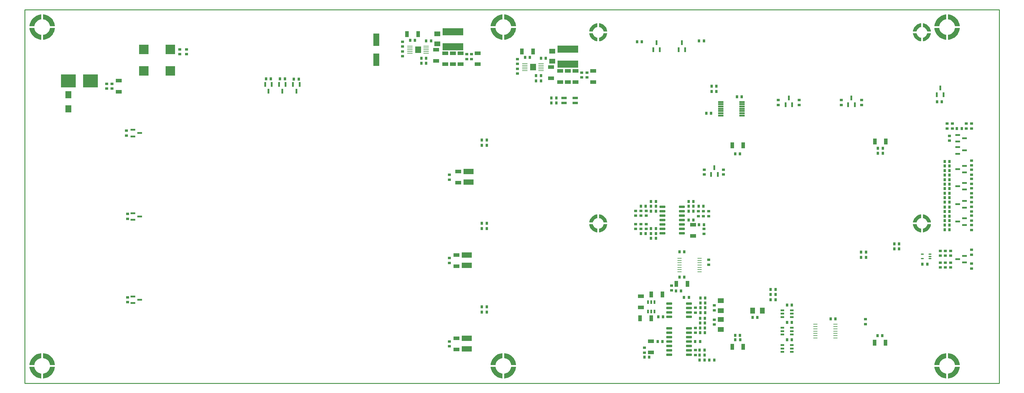
<source format=gtp>
G04 Layer_Color=10723209*
%FSLAX43Y43*%
%MOMM*%
G71*
G01*
G75*
%ADD10R,2.700X2.700*%
%ADD11O,0.800X0.400*%
%ADD13R,6.000X2.000*%
%ADD14R,0.600X1.000*%
%ADD15R,1.350X0.600*%
%ADD16R,1.800X1.340*%
%ADD17R,1.800X2.000*%
%ADD18R,0.900X0.800*%
G04:AMPARAMS|DCode=19|XSize=0.45mm|YSize=1.6mm|CornerRadius=0.05mm|HoleSize=0mm|Usage=FLASHONLY|Rotation=90.000|XOffset=0mm|YOffset=0mm|HoleType=Round|Shape=RoundedRectangle|*
%AMROUNDEDRECTD19*
21,1,0.450,1.501,0,0,90.0*
21,1,0.351,1.600,0,0,90.0*
1,1,0.099,0.750,0.175*
1,1,0.099,0.750,-0.175*
1,1,0.099,-0.750,-0.175*
1,1,0.099,-0.750,0.175*
%
%ADD19ROUNDEDRECTD19*%
%ADD20R,4.240X3.810*%
%ADD21R,0.800X0.900*%
%ADD22R,1.800X3.550*%
G04:AMPARAMS|DCode=24|XSize=0.65mm|YSize=1.65mm|CornerRadius=0.049mm|HoleSize=0mm|Usage=FLASHONLY|Rotation=270.000|XOffset=0mm|YOffset=0mm|HoleType=Round|Shape=RoundedRectangle|*
%AMROUNDEDRECTD24*
21,1,0.650,1.552,0,0,270.0*
21,1,0.552,1.650,0,0,270.0*
1,1,0.098,-0.776,-0.276*
1,1,0.098,-0.776,0.276*
1,1,0.098,0.776,0.276*
1,1,0.098,0.776,-0.276*
%
%ADD24ROUNDEDRECTD24*%
%ADD25R,2.900X1.500*%
%ADD26R,1.700X1.000*%
%ADD27R,1.600X0.800*%
G04:AMPARAMS|DCode=29|XSize=1.73mm|YSize=1.9mm|CornerRadius=0.052mm|HoleSize=0mm|Usage=FLASHONLY|Rotation=0.000|XOffset=0mm|YOffset=0mm|HoleType=Round|Shape=RoundedRectangle|*
%AMROUNDEDRECTD29*
21,1,1.730,1.796,0,0,0.0*
21,1,1.626,1.900,0,0,0.0*
1,1,0.104,0.813,-0.898*
1,1,0.104,-0.813,-0.898*
1,1,0.104,-0.813,0.898*
1,1,0.104,0.813,0.898*
%
%ADD29ROUNDEDRECTD29*%
%ADD30R,1.000X0.600*%
%ADD31R,0.600X1.350*%
%ADD32R,1.000X1.700*%
%ADD33R,1.340X1.800*%
%ADD43C,0.254*%
%ADD80O,1.300X0.250*%
G04:AMPARAMS|DCode=81|XSize=0.2mm|YSize=1.45mm|CornerRadius=0mm|HoleSize=0mm|Usage=FLASHONLY|Rotation=90.000|XOffset=0mm|YOffset=0mm|HoleType=Round|Shape=RoundedRectangle|*
%AMROUNDEDRECTD81*
21,1,0.200,1.450,0,0,90.0*
21,1,0.200,1.450,0,0,90.0*
1,1,0.000,0.725,0.100*
1,1,0.000,0.725,-0.100*
1,1,0.000,-0.725,-0.100*
1,1,0.000,-0.725,0.100*
%
%ADD81ROUNDEDRECTD81*%
G36*
X256240Y45750D02*
X256264Y45632D01*
X256340Y45402D01*
X256450Y45188D01*
X256592Y44993D01*
X256763Y44822D01*
X256958Y44680D01*
X257172Y44570D01*
X257402Y44494D01*
X257520Y44470D01*
X257520Y44470D01*
X257520D01*
X257520Y43412D01*
X257297Y43434D01*
X256864Y43553D01*
X256457Y43744D01*
X256090Y44003D01*
X255773Y44320D01*
X255514Y44688D01*
X255323Y45094D01*
X255204Y45527D01*
X255182Y45750D01*
Y45750D01*
X256241D01*
X256240Y45750D01*
D02*
G37*
G36*
X167338Y45750D02*
X167316Y45527D01*
X167197Y45094D01*
X167006Y44688D01*
X166747Y44320D01*
X166430Y44003D01*
X166062Y43744D01*
X165656Y43553D01*
X165223Y43434D01*
X165000Y43412D01*
X165000D01*
Y44471D01*
X165000Y44470D01*
X165118Y44494D01*
X165348Y44570D01*
X165562Y44680D01*
X165757Y44822D01*
X165928Y44993D01*
X166070Y45188D01*
X166180Y45402D01*
X166256Y45632D01*
X166280Y45750D01*
Y45750D01*
Y45750D01*
X167338Y45750D01*
D02*
G37*
G36*
X163220Y45750D02*
X163244Y45632D01*
X163320Y45402D01*
X163430Y45188D01*
X163572Y44993D01*
X163743Y44822D01*
X163938Y44680D01*
X164152Y44570D01*
X164382Y44494D01*
X164500Y44470D01*
X164500Y44470D01*
X164500D01*
X164500Y43412D01*
X164277Y43434D01*
X163844Y43553D01*
X163438Y43744D01*
X163070Y44003D01*
X162753Y44320D01*
X162494Y44688D01*
X162303Y45094D01*
X162184Y45527D01*
X162162Y45750D01*
Y45750D01*
X163221D01*
X163220Y45750D01*
D02*
G37*
G36*
X141141Y5250D02*
Y5250D01*
D01*
Y5250D01*
D02*
G37*
G36*
X137250Y8641D02*
Y7236D01*
X137250D01*
Y7236D01*
X137063Y7207D01*
X136699Y7103D01*
X136358Y6938D01*
X136049Y6719D01*
X135781Y6452D01*
X135562Y6143D01*
X135398Y5801D01*
X135293Y5437D01*
X135264Y5250D01*
Y5250D01*
X133859D01*
X133874Y5468D01*
X133955Y5897D01*
X134087Y6313D01*
X134268Y6710D01*
X134495Y7083D01*
X134765Y7427D01*
X135074Y7735D01*
X135417Y8005D01*
X135790Y8232D01*
X136187Y8413D01*
X136603Y8545D01*
X137032Y8626D01*
X137250Y8641D01*
D01*
X137250D01*
X137250D01*
D02*
G37*
G36*
X260358Y45750D02*
X260336Y45527D01*
X260217Y45094D01*
X260026Y44688D01*
X259767Y44320D01*
X259450Y44003D01*
X259082Y43744D01*
X258676Y43553D01*
X258243Y43434D01*
X258020Y43412D01*
X258020D01*
Y44471D01*
X258020Y44470D01*
X258138Y44494D01*
X258368Y44570D01*
X258582Y44680D01*
X258777Y44822D01*
X258948Y44993D01*
X259090Y45188D01*
X259200Y45402D01*
X259276Y45632D01*
X259300Y45750D01*
Y45750D01*
Y45750D01*
X260358Y45750D01*
D02*
G37*
G36*
X257520Y47529D02*
X257520Y47530D01*
X257402Y47506D01*
X257172Y47430D01*
X256958Y47320D01*
X256763Y47178D01*
X256592Y47007D01*
X256450Y46812D01*
X256340Y46598D01*
X256264Y46368D01*
X256240Y46250D01*
X256240D01*
Y46250D01*
X255182D01*
X255204Y46473D01*
X255323Y46906D01*
X255514Y47312D01*
X255773Y47680D01*
X256090Y47997D01*
X256457Y48256D01*
X256864Y48447D01*
X257297Y48566D01*
X257520Y48588D01*
Y48588D01*
X257520D01*
Y47529D01*
D02*
G37*
G36*
X163220Y100750D02*
X163244Y100632D01*
X163320Y100402D01*
X163430Y100188D01*
X163572Y99993D01*
X163743Y99822D01*
X163938Y99680D01*
X164152Y99570D01*
X164382Y99494D01*
X164500Y99470D01*
X164500Y99470D01*
X164500D01*
X164500Y98412D01*
X164277Y98434D01*
X163844Y98553D01*
X163438Y98744D01*
X163070Y99003D01*
X162753Y99320D01*
X162494Y99688D01*
X162303Y100094D01*
X162184Y100527D01*
X162162Y100750D01*
Y100750D01*
X163221D01*
X163220Y100750D01*
D02*
G37*
G36*
X164500Y47529D02*
X164500Y47530D01*
X164382Y47506D01*
X164152Y47430D01*
X163938Y47320D01*
X163743Y47178D01*
X163572Y47007D01*
X163430Y46812D01*
X163320Y46598D01*
X163244Y46368D01*
X163220Y46250D01*
X163220D01*
Y46250D01*
X162162D01*
X162184Y46473D01*
X162303Y46906D01*
X162494Y47312D01*
X162753Y47680D01*
X163070Y47997D01*
X163438Y48256D01*
X163844Y48447D01*
X164277Y48566D01*
X164500Y48588D01*
Y48588D01*
X164500D01*
Y47529D01*
D02*
G37*
G36*
X165223Y48566D02*
X165656Y48447D01*
X166062Y48256D01*
X166430Y47997D01*
X166747Y47680D01*
X167006Y47312D01*
X167197Y46906D01*
X167316Y46473D01*
X167338Y46250D01*
X167338Y46250D01*
Y46250D01*
X166279D01*
X166280Y46250D01*
X166256Y46368D01*
X166180Y46598D01*
X166070Y46812D01*
X165928Y47007D01*
X165757Y47178D01*
X165562Y47320D01*
X165348Y47430D01*
X165118Y47506D01*
X165000Y47530D01*
X165000D01*
Y48588D01*
X165223Y48566D01*
D02*
G37*
G36*
X258243D02*
X258676Y48447D01*
X259082Y48256D01*
X259450Y47997D01*
X259767Y47680D01*
X260026Y47312D01*
X260217Y46906D01*
X260336Y46473D01*
X260358Y46250D01*
X260358Y46250D01*
Y46250D01*
X259299D01*
X259300Y46250D01*
X259276Y46368D01*
X259200Y46598D01*
X259090Y46812D01*
X258948Y47007D01*
X258777Y47178D01*
X258582Y47320D01*
X258368Y47430D01*
X258138Y47506D01*
X258020Y47530D01*
X258020D01*
Y48588D01*
X258243Y48566D01*
D02*
G37*
G36*
X2793Y4563D02*
X2897Y4199D01*
X3062Y3858D01*
X3281Y3549D01*
X3548Y3281D01*
X3857Y3062D01*
X4199Y2898D01*
X4563Y2793D01*
X4750Y2764D01*
X4750D01*
Y1359D01*
X4750Y1359D01*
X4532Y1374D01*
X4103Y1455D01*
X3687Y1587D01*
X3290Y1768D01*
X2917Y1995D01*
X2573Y2265D01*
X2265Y2573D01*
X1995Y2917D01*
X1768Y3290D01*
X1587Y3687D01*
X1455Y4103D01*
X1374Y4532D01*
X1359Y4750D01*
X1359Y4750D01*
X2764D01*
Y4750D01*
X2793Y4563D01*
D02*
G37*
G36*
X262793D02*
X262897Y4199D01*
X263062Y3858D01*
X263281Y3549D01*
X263548Y3281D01*
X263857Y3062D01*
X264199Y2898D01*
X264563Y2793D01*
X264750Y2764D01*
X264750D01*
Y1359D01*
X264750Y1359D01*
X264532Y1374D01*
X264103Y1455D01*
X263687Y1587D01*
X263290Y1768D01*
X262917Y1995D01*
X262573Y2265D01*
X262265Y2573D01*
X261995Y2917D01*
X261768Y3290D01*
X261587Y3687D01*
X261455Y4103D01*
X261374Y4532D01*
X261359Y4750D01*
X261359Y4750D01*
X262764D01*
Y4750D01*
X262793Y4563D01*
D02*
G37*
G36*
X141141Y4750D02*
X141126Y4532D01*
X141045Y4103D01*
X140913Y3687D01*
X140732Y3290D01*
X140505Y2917D01*
X140235Y2573D01*
X139926Y2265D01*
X139583Y1995D01*
X139210Y1768D01*
X138813Y1587D01*
X138397Y1455D01*
X137968Y1374D01*
X137750Y1359D01*
X137750Y1359D01*
Y2764D01*
X137750D01*
X137937Y2793D01*
X138301Y2897D01*
X138642Y3062D01*
X138951Y3281D01*
X139219Y3548D01*
X139438Y3857D01*
X139602Y4199D01*
X139707Y4563D01*
X139736Y4750D01*
X139736Y4750D01*
X141141D01*
Y4750D01*
D02*
G37*
G36*
X8641Y4750D02*
X8626Y4532D01*
X8545Y4103D01*
X8413Y3687D01*
X8232Y3290D01*
X8005Y2917D01*
X7735Y2573D01*
X7426Y2265D01*
X7083Y1995D01*
X6710Y1768D01*
X6313Y1587D01*
X5897Y1455D01*
X5468Y1373D01*
X5250Y1359D01*
X5250Y1359D01*
Y2764D01*
X5250D01*
X5437Y2793D01*
X5801Y2897D01*
X6142Y3062D01*
X6451Y3281D01*
X6719Y3548D01*
X6938Y3857D01*
X7102Y4199D01*
X7207Y4563D01*
X7236Y4750D01*
X7236Y4750D01*
X8641D01*
Y4750D01*
D02*
G37*
G36*
X268641D02*
X268626Y4532D01*
X268545Y4103D01*
X268413Y3687D01*
X268232Y3290D01*
X268005Y2917D01*
X267735Y2573D01*
X267427Y2265D01*
X267083Y1995D01*
X266710Y1768D01*
X266313Y1587D01*
X265897Y1455D01*
X265468Y1373D01*
X265250Y1359D01*
X265250Y1359D01*
Y2764D01*
X265250D01*
X265437Y2793D01*
X265801Y2897D01*
X266142Y3062D01*
X266451Y3281D01*
X266719Y3548D01*
X266938Y3857D01*
X267102Y4199D01*
X267207Y4563D01*
X267236Y4750D01*
X267236Y4750D01*
X268641D01*
Y4750D01*
D02*
G37*
G36*
X135293Y4563D02*
X135397Y4199D01*
X135562Y3858D01*
X135781Y3549D01*
X136048Y3281D01*
X136357Y3062D01*
X136699Y2898D01*
X137063Y2793D01*
X137250Y2764D01*
X137250D01*
Y1359D01*
X137250Y1359D01*
X137032Y1374D01*
X136603Y1455D01*
X136187Y1587D01*
X135790Y1768D01*
X135417Y1995D01*
X135073Y2265D01*
X134765Y2573D01*
X134495Y2917D01*
X134268Y3290D01*
X134087Y3687D01*
X133955Y4103D01*
X133874Y4532D01*
X133859Y4750D01*
X133859Y4750D01*
X135264D01*
Y4750D01*
X135293Y4563D01*
D02*
G37*
G36*
X4750Y8641D02*
Y7236D01*
X4750D01*
Y7236D01*
X4563Y7207D01*
X4199Y7102D01*
X3858Y6938D01*
X3549Y6719D01*
X3281Y6452D01*
X3062Y6143D01*
X2898Y5801D01*
X2793Y5437D01*
X2764Y5250D01*
Y5250D01*
X1359D01*
X1374Y5468D01*
X1455Y5897D01*
X1587Y6313D01*
X1768Y6710D01*
X1995Y7083D01*
X2265Y7427D01*
X2573Y7735D01*
X2917Y8005D01*
X3290Y8232D01*
X3687Y8413D01*
X4103Y8545D01*
X4532Y8626D01*
X4750Y8641D01*
D01*
X4750D01*
X4750D01*
D02*
G37*
G36*
X264750D02*
Y7236D01*
X264750D01*
Y7236D01*
X264563Y7207D01*
X264199Y7102D01*
X263858Y6938D01*
X263549Y6719D01*
X263281Y6452D01*
X263062Y6143D01*
X262898Y5801D01*
X262793Y5437D01*
X262764Y5250D01*
Y5250D01*
X261359D01*
X261374Y5468D01*
X261455Y5897D01*
X261587Y6313D01*
X261768Y6710D01*
X261995Y7083D01*
X262265Y7427D01*
X262573Y7735D01*
X262917Y8005D01*
X263290Y8232D01*
X263687Y8413D01*
X264103Y8545D01*
X264532Y8626D01*
X264750Y8641D01*
D01*
X264750D01*
X264750D01*
D02*
G37*
G36*
X265468Y8626D02*
X265897Y8545D01*
X266313Y8413D01*
X266710Y8232D01*
X267083Y8005D01*
X267427Y7735D01*
X267735Y7426D01*
X268005Y7083D01*
X268232Y6710D01*
X268413Y6313D01*
X268545Y5897D01*
X268626Y5468D01*
X268641Y5250D01*
D01*
Y5250D01*
Y5250D01*
X267236D01*
Y5250D01*
X267236Y5250D01*
X267207Y5437D01*
X267103Y5801D01*
X266938Y6142D01*
X266719Y6451D01*
X266452Y6719D01*
X266143Y6938D01*
X265801Y7102D01*
X265437Y7207D01*
X265250Y7236D01*
X265250Y7236D01*
Y8641D01*
X265468Y8626D01*
D02*
G37*
G36*
X5468D02*
X5897Y8545D01*
X6313Y8413D01*
X6710Y8232D01*
X7083Y8005D01*
X7427Y7735D01*
X7735Y7426D01*
X8005Y7083D01*
X8232Y6710D01*
X8413Y6313D01*
X8545Y5897D01*
X8626Y5468D01*
X8641Y5250D01*
D01*
Y5250D01*
Y5250D01*
X7236D01*
Y5250D01*
X7236Y5250D01*
X7207Y5437D01*
X7103Y5801D01*
X6938Y6142D01*
X6719Y6451D01*
X6452Y6719D01*
X6143Y6938D01*
X5801Y7102D01*
X5437Y7207D01*
X5250Y7236D01*
X5250Y7236D01*
Y8641D01*
X5468Y8626D01*
D02*
G37*
G36*
X137968Y8626D02*
X138397Y8545D01*
X138813Y8413D01*
X139210Y8232D01*
X139583Y8005D01*
X139927Y7735D01*
X140235Y7426D01*
X140505Y7083D01*
X140732Y6710D01*
X140913Y6313D01*
X141045Y5897D01*
X141126Y5468D01*
X141141Y5250D01*
X139736D01*
Y5250D01*
X139736Y5250D01*
X139707Y5437D01*
X139603Y5801D01*
X139438Y6142D01*
X139219Y6451D01*
X138952Y6719D01*
X138643Y6938D01*
X138301Y7102D01*
X137937Y7207D01*
X137750Y7236D01*
X137750Y7236D01*
Y8641D01*
X137968Y8626D01*
D02*
G37*
G36*
X256220Y100750D02*
X256244Y100632D01*
X256320Y100402D01*
X256430Y100188D01*
X256572Y99993D01*
X256743Y99822D01*
X256938Y99680D01*
X257152Y99570D01*
X257382Y99494D01*
X257500Y99470D01*
X257500Y99470D01*
X257500D01*
X257500Y98412D01*
X257277Y98434D01*
X256844Y98553D01*
X256438Y98744D01*
X256070Y99003D01*
X255753Y99320D01*
X255494Y99688D01*
X255303Y100094D01*
X255184Y100527D01*
X255162Y100750D01*
Y100750D01*
X256221D01*
X256220Y100750D01*
D02*
G37*
G36*
X141141Y102750D02*
Y102750D01*
D01*
Y102750D01*
D02*
G37*
G36*
X265468Y106126D02*
X265897Y106045D01*
X266313Y105913D01*
X266710Y105732D01*
X267083Y105505D01*
X267427Y105235D01*
X267735Y104926D01*
X268005Y104583D01*
X268232Y104210D01*
X268413Y103813D01*
X268545Y103397D01*
X268626Y102968D01*
X268641Y102750D01*
D01*
Y102750D01*
Y102750D01*
X267236D01*
Y102750D01*
X267236Y102750D01*
X267207Y102937D01*
X267103Y103301D01*
X266938Y103642D01*
X266719Y103951D01*
X266452Y104219D01*
X266143Y104438D01*
X265801Y104602D01*
X265437Y104707D01*
X265250Y104736D01*
X265250Y104736D01*
Y106141D01*
X265468Y106126D01*
D02*
G37*
G36*
X5468D02*
X5897Y106045D01*
X6313Y105913D01*
X6710Y105732D01*
X7083Y105505D01*
X7427Y105235D01*
X7735Y104926D01*
X8005Y104583D01*
X8232Y104210D01*
X8413Y103813D01*
X8545Y103397D01*
X8626Y102968D01*
X8641Y102750D01*
D01*
Y102750D01*
Y102750D01*
X7236D01*
Y102750D01*
X7236Y102750D01*
X7207Y102937D01*
X7103Y103301D01*
X6938Y103642D01*
X6719Y103951D01*
X6452Y104219D01*
X6143Y104438D01*
X5801Y104602D01*
X5437Y104707D01*
X5250Y104736D01*
X5250Y104736D01*
Y106141D01*
X5468Y106126D01*
D02*
G37*
G36*
X257500Y102529D02*
X257500Y102530D01*
X257382Y102506D01*
X257152Y102430D01*
X256938Y102320D01*
X256743Y102178D01*
X256572Y102007D01*
X256430Y101812D01*
X256320Y101598D01*
X256244Y101368D01*
X256220Y101250D01*
X256220D01*
Y101250D01*
X255162D01*
X255184Y101473D01*
X255303Y101906D01*
X255494Y102312D01*
X255753Y102680D01*
X256070Y102997D01*
X256438Y103256D01*
X256844Y103447D01*
X257277Y103566D01*
X257500Y103588D01*
Y103588D01*
X257500D01*
Y102529D01*
D02*
G37*
G36*
X137968Y106126D02*
X138397Y106045D01*
X138813Y105913D01*
X139210Y105732D01*
X139583Y105505D01*
X139927Y105235D01*
X140235Y104926D01*
X140505Y104583D01*
X140732Y104210D01*
X140913Y103813D01*
X141045Y103397D01*
X141126Y102968D01*
X141141Y102750D01*
X139736D01*
Y102750D01*
X139736Y102750D01*
X139707Y102937D01*
X139603Y103301D01*
X139438Y103642D01*
X139219Y103951D01*
X138952Y104219D01*
X138643Y104438D01*
X138301Y104602D01*
X137937Y104707D01*
X137750Y104736D01*
X137750Y104736D01*
Y106141D01*
X137968Y106126D01*
D02*
G37*
G36*
X4750Y104736D02*
X4750D01*
Y104736D01*
X4563Y104707D01*
X4199Y104603D01*
X3858Y104438D01*
X3549Y104219D01*
X3281Y103952D01*
X3062Y103643D01*
X2898Y103301D01*
X2793Y102937D01*
X2764Y102750D01*
Y102750D01*
X1359D01*
X1374Y102968D01*
X1455Y103397D01*
X1587Y103813D01*
X1768Y104210D01*
X1995Y104583D01*
X2265Y104927D01*
X2573Y105235D01*
X2917Y105505D01*
X3290Y105732D01*
X3687Y105913D01*
X4103Y106045D01*
X4532Y106126D01*
X4750Y106141D01*
Y104736D01*
D02*
G37*
G36*
X264750Y106141D02*
D01*
X264750D01*
X264750D01*
D02*
G37*
G36*
X137250D02*
D01*
X137250D01*
X137250D01*
D02*
G37*
G36*
X4750D02*
D01*
X4750D01*
X4750D01*
D02*
G37*
G36*
X137250Y104736D02*
X137250D01*
Y104736D01*
X137063Y104707D01*
X136699Y104603D01*
X136358Y104438D01*
X136049Y104219D01*
X135781Y103952D01*
X135562Y103643D01*
X135398Y103301D01*
X135293Y102937D01*
X135264Y102750D01*
Y102750D01*
X133859D01*
X133874Y102968D01*
X133955Y103397D01*
X134087Y103813D01*
X134268Y104210D01*
X134495Y104583D01*
X134765Y104927D01*
X135074Y105235D01*
X135417Y105505D01*
X135790Y105732D01*
X136187Y105913D01*
X136603Y106045D01*
X137032Y106126D01*
X137250Y106141D01*
Y104736D01*
D02*
G37*
G36*
X264750D02*
X264750D01*
Y104736D01*
X264563Y104707D01*
X264199Y104603D01*
X263858Y104438D01*
X263549Y104219D01*
X263281Y103952D01*
X263062Y103643D01*
X262898Y103301D01*
X262793Y102937D01*
X262764Y102750D01*
Y102750D01*
X261359D01*
X261374Y102968D01*
X261455Y103397D01*
X261587Y103813D01*
X261768Y104210D01*
X261995Y104583D01*
X262265Y104927D01*
X262573Y105235D01*
X262917Y105505D01*
X263290Y105732D01*
X263687Y105913D01*
X264103Y106045D01*
X264532Y106126D01*
X264750Y106141D01*
Y104736D01*
D02*
G37*
G36*
X167338Y100750D02*
X167316Y100527D01*
X167197Y100094D01*
X167006Y99688D01*
X166747Y99320D01*
X166430Y99003D01*
X166062Y98744D01*
X165656Y98553D01*
X165223Y98434D01*
X165000Y98412D01*
X165000D01*
Y99471D01*
X165000Y99470D01*
X165118Y99494D01*
X165348Y99570D01*
X165562Y99680D01*
X165757Y99822D01*
X165928Y99993D01*
X166070Y100188D01*
X166180Y100402D01*
X166256Y100632D01*
X166280Y100750D01*
Y100750D01*
Y100750D01*
X167338Y100750D01*
D02*
G37*
G36*
X260338D02*
X260316Y100527D01*
X260197Y100094D01*
X260006Y99688D01*
X259747Y99320D01*
X259430Y99003D01*
X259062Y98744D01*
X258656Y98553D01*
X258223Y98434D01*
X258000Y98412D01*
X258000D01*
Y99471D01*
X258000Y99470D01*
X258118Y99494D01*
X258348Y99570D01*
X258562Y99680D01*
X258757Y99822D01*
X258928Y99993D01*
X259070Y100188D01*
X259180Y100402D01*
X259256Y100632D01*
X259280Y100750D01*
Y100750D01*
Y100750D01*
X260338Y100750D01*
D02*
G37*
G36*
X268641Y102250D02*
X268626Y102032D01*
X268545Y101603D01*
X268413Y101187D01*
X268232Y100790D01*
X268005Y100417D01*
X267735Y100073D01*
X267427Y99765D01*
X267083Y99495D01*
X266710Y99268D01*
X266313Y99087D01*
X265897Y98955D01*
X265468Y98874D01*
X265250Y98859D01*
X265250Y98859D01*
Y100264D01*
X265250D01*
X265437Y100293D01*
X265801Y100397D01*
X266142Y100562D01*
X266451Y100781D01*
X266719Y101048D01*
X266938Y101357D01*
X267102Y101699D01*
X267207Y102063D01*
X267236Y102250D01*
X267236Y102250D01*
X268641D01*
Y102250D01*
D02*
G37*
G36*
X8641D02*
X8626Y102032D01*
X8545Y101603D01*
X8413Y101187D01*
X8232Y100790D01*
X8005Y100417D01*
X7735Y100073D01*
X7426Y99765D01*
X7083Y99495D01*
X6710Y99268D01*
X6313Y99087D01*
X5897Y98955D01*
X5468Y98874D01*
X5250Y98859D01*
X5250Y98859D01*
Y100264D01*
X5250D01*
X5437Y100293D01*
X5801Y100397D01*
X6142Y100562D01*
X6451Y100781D01*
X6719Y101048D01*
X6938Y101357D01*
X7102Y101699D01*
X7207Y102063D01*
X7236Y102250D01*
X7236Y102250D01*
X8641D01*
Y102250D01*
D02*
G37*
G36*
X141141D02*
X141126Y102032D01*
X141045Y101603D01*
X140913Y101187D01*
X140732Y100790D01*
X140505Y100417D01*
X140235Y100073D01*
X139926Y99765D01*
X139583Y99495D01*
X139210Y99268D01*
X138813Y99087D01*
X138397Y98955D01*
X137968Y98874D01*
X137750Y98859D01*
X137750Y98859D01*
Y100264D01*
X137750D01*
X137937Y100293D01*
X138301Y100397D01*
X138642Y100562D01*
X138951Y100781D01*
X139219Y101048D01*
X139438Y101357D01*
X139602Y101699D01*
X139707Y102063D01*
X139736Y102250D01*
X139736Y102250D01*
X141141D01*
Y102250D01*
D02*
G37*
G36*
X165223Y103566D02*
X165656Y103447D01*
X166062Y103256D01*
X166430Y102997D01*
X166747Y102680D01*
X167006Y102312D01*
X167197Y101906D01*
X167316Y101473D01*
X167338Y101250D01*
X167338Y101250D01*
Y101250D01*
X166279D01*
X166280Y101250D01*
X166256Y101368D01*
X166180Y101598D01*
X166070Y101812D01*
X165928Y102007D01*
X165757Y102178D01*
X165562Y102320D01*
X165348Y102430D01*
X165118Y102506D01*
X165000Y102530D01*
X165000D01*
Y103588D01*
X165223Y103566D01*
D02*
G37*
G36*
X262793Y102063D02*
X262897Y101699D01*
X263062Y101358D01*
X263281Y101049D01*
X263548Y100781D01*
X263857Y100562D01*
X264199Y100398D01*
X264563Y100293D01*
X264750Y100264D01*
X264750D01*
Y98859D01*
X264750Y98859D01*
X264532Y98874D01*
X264103Y98955D01*
X263687Y99087D01*
X263290Y99268D01*
X262917Y99495D01*
X262573Y99765D01*
X262265Y100074D01*
X261995Y100417D01*
X261768Y100790D01*
X261587Y101187D01*
X261455Y101603D01*
X261374Y102032D01*
X261359Y102250D01*
X261359Y102250D01*
X262764D01*
Y102250D01*
X262793Y102063D01*
D02*
G37*
G36*
X164500Y102529D02*
X164500Y102530D01*
X164382Y102506D01*
X164152Y102430D01*
X163938Y102320D01*
X163743Y102178D01*
X163572Y102007D01*
X163430Y101812D01*
X163320Y101598D01*
X163244Y101368D01*
X163220Y101250D01*
X163220D01*
Y101250D01*
X162162D01*
X162184Y101473D01*
X162303Y101906D01*
X162494Y102312D01*
X162753Y102680D01*
X163070Y102997D01*
X163438Y103256D01*
X163844Y103447D01*
X164277Y103566D01*
X164500Y103588D01*
Y103588D01*
X164500D01*
Y102529D01*
D02*
G37*
G36*
X135293Y102063D02*
X135397Y101699D01*
X135562Y101358D01*
X135781Y101049D01*
X136048Y100781D01*
X136357Y100562D01*
X136699Y100398D01*
X137063Y100293D01*
X137250Y100264D01*
X137250D01*
Y98859D01*
X137250Y98859D01*
X137032Y98874D01*
X136603Y98955D01*
X136187Y99087D01*
X135790Y99268D01*
X135417Y99495D01*
X135073Y99765D01*
X134765Y100074D01*
X134495Y100417D01*
X134268Y100790D01*
X134087Y101187D01*
X133955Y101603D01*
X133874Y102032D01*
X133859Y102250D01*
X133859Y102250D01*
X135264D01*
Y102250D01*
X135293Y102063D01*
D02*
G37*
G36*
X258223Y103566D02*
X258656Y103447D01*
X259062Y103256D01*
X259430Y102997D01*
X259747Y102680D01*
X260006Y102312D01*
X260197Y101906D01*
X260316Y101473D01*
X260338Y101250D01*
X260338Y101250D01*
Y101250D01*
X259279D01*
X259280Y101250D01*
X259256Y101368D01*
X259180Y101598D01*
X259070Y101812D01*
X258928Y102007D01*
X258757Y102178D01*
X258562Y102320D01*
X258348Y102430D01*
X258118Y102506D01*
X258000Y102530D01*
X258000D01*
Y103588D01*
X258223Y103566D01*
D02*
G37*
G36*
X2793Y102063D02*
X2897Y101699D01*
X3062Y101358D01*
X3281Y101049D01*
X3548Y100781D01*
X3857Y100562D01*
X4199Y100398D01*
X4563Y100293D01*
X4750Y100264D01*
X4750D01*
Y98859D01*
X4750Y98859D01*
X4532Y98874D01*
X4103Y98955D01*
X3687Y99087D01*
X3290Y99268D01*
X2917Y99495D01*
X2573Y99765D01*
X2265Y100074D01*
X1995Y100417D01*
X1768Y100790D01*
X1587Y101187D01*
X1455Y101603D01*
X1374Y102032D01*
X1359Y102250D01*
X1359Y102250D01*
X2764D01*
Y102250D01*
X2793Y102063D01*
D02*
G37*
D10*
X34190Y89890D02*
D03*
X41810D02*
D03*
Y96110D02*
D03*
X34190D02*
D03*
D11*
X260100Y37150D02*
D03*
X257900D02*
D03*
Y35850D02*
D03*
X260100Y36500D02*
D03*
Y35850D02*
D03*
D13*
X123000Y96850D02*
D03*
Y101150D02*
D03*
X156000Y91850D02*
D03*
Y96150D02*
D03*
D14*
X179050Y20625D02*
D03*
X180000D02*
D03*
X180950D02*
D03*
Y23375D02*
D03*
X180000D02*
D03*
X179050D02*
D03*
D15*
X268025Y67950D02*
D03*
Y66050D02*
D03*
X269975Y67000D02*
D03*
Y70500D02*
D03*
X268025Y69550D02*
D03*
Y71450D02*
D03*
X268025Y35700D02*
D03*
X269975Y36650D02*
D03*
Y34750D02*
D03*
X269975Y45550D02*
D03*
Y47450D02*
D03*
X268025Y46500D02*
D03*
X269975Y50550D02*
D03*
Y52450D02*
D03*
X268025Y51500D02*
D03*
X269975Y55750D02*
D03*
Y57650D02*
D03*
X268025Y56700D02*
D03*
X269975Y60650D02*
D03*
Y62550D02*
D03*
X268025Y61600D02*
D03*
X31025Y24950D02*
D03*
Y23050D02*
D03*
X32975Y24000D02*
D03*
X31025Y48950D02*
D03*
Y47050D02*
D03*
X32975Y48000D02*
D03*
X31025Y72950D02*
D03*
Y71050D02*
D03*
X32975Y72000D02*
D03*
D16*
X200000Y18330D02*
D03*
Y15470D02*
D03*
X151500Y95530D02*
D03*
Y92670D02*
D03*
X118500Y97670D02*
D03*
Y100530D02*
D03*
X200000Y23730D02*
D03*
Y20870D02*
D03*
D17*
X12500Y79000D02*
D03*
Y83000D02*
D03*
D18*
X241500Y17000D02*
D03*
Y18400D02*
D03*
X216500Y81500D02*
D03*
Y80100D02*
D03*
X272000Y64100D02*
D03*
Y62700D02*
D03*
Y60000D02*
D03*
Y61400D02*
D03*
Y58800D02*
D03*
Y57400D02*
D03*
Y54700D02*
D03*
Y56100D02*
D03*
Y53500D02*
D03*
Y52100D02*
D03*
Y49400D02*
D03*
Y50800D02*
D03*
Y48200D02*
D03*
Y46800D02*
D03*
Y44100D02*
D03*
Y45500D02*
D03*
Y38400D02*
D03*
Y37000D02*
D03*
Y33000D02*
D03*
Y34400D02*
D03*
X265000Y74700D02*
D03*
Y73300D02*
D03*
X272000Y74700D02*
D03*
Y73300D02*
D03*
X128300Y93300D02*
D03*
Y94700D02*
D03*
X161500Y88000D02*
D03*
Y89400D02*
D03*
X44500Y94700D02*
D03*
Y96100D02*
D03*
X23500Y84800D02*
D03*
Y86200D02*
D03*
X265700Y69800D02*
D03*
Y71200D02*
D03*
X263000Y33300D02*
D03*
Y34700D02*
D03*
Y36700D02*
D03*
Y38100D02*
D03*
X264500Y34700D02*
D03*
Y33300D02*
D03*
Y36700D02*
D03*
Y38100D02*
D03*
X266500Y74700D02*
D03*
Y73300D02*
D03*
X270500Y74700D02*
D03*
Y73300D02*
D03*
X192700Y15900D02*
D03*
Y14500D02*
D03*
Y21700D02*
D03*
Y20300D02*
D03*
Y8100D02*
D03*
Y9500D02*
D03*
X178000Y8800D02*
D03*
Y10200D02*
D03*
X178500Y45800D02*
D03*
Y44400D02*
D03*
X122000Y12000D02*
D03*
Y10600D02*
D03*
X178500Y48200D02*
D03*
Y49600D02*
D03*
X122000Y36000D02*
D03*
Y34600D02*
D03*
X193500Y48100D02*
D03*
Y49500D02*
D03*
X122000Y60000D02*
D03*
Y58600D02*
D03*
X195100Y44400D02*
D03*
Y43000D02*
D03*
X195230Y60070D02*
D03*
Y61470D02*
D03*
X200730Y60070D02*
D03*
Y61470D02*
D03*
X25000Y86200D02*
D03*
Y84800D02*
D03*
X46500Y96100D02*
D03*
Y94700D02*
D03*
X160000Y89400D02*
D03*
Y88000D02*
D03*
X141500Y90500D02*
D03*
Y89100D02*
D03*
X127000Y93300D02*
D03*
Y94700D02*
D03*
X108500Y94100D02*
D03*
Y95500D02*
D03*
X185800Y26700D02*
D03*
Y28100D02*
D03*
X175500Y44400D02*
D03*
Y45800D02*
D03*
X177000D02*
D03*
Y44400D02*
D03*
X175500Y49600D02*
D03*
Y48200D02*
D03*
X177000D02*
D03*
Y49600D02*
D03*
X196500Y49500D02*
D03*
Y48100D02*
D03*
X195000D02*
D03*
Y49500D02*
D03*
X141500Y91900D02*
D03*
Y93300D02*
D03*
X108500Y96900D02*
D03*
Y98300D02*
D03*
X29500Y23300D02*
D03*
Y24700D02*
D03*
X240400Y80100D02*
D03*
Y81500D02*
D03*
X29500Y47300D02*
D03*
Y48700D02*
D03*
X234600Y80100D02*
D03*
Y81500D02*
D03*
X29200Y71300D02*
D03*
Y72700D02*
D03*
X266000Y36700D02*
D03*
Y38100D02*
D03*
Y34700D02*
D03*
Y33300D02*
D03*
X198100Y21000D02*
D03*
Y22400D02*
D03*
Y18300D02*
D03*
Y16900D02*
D03*
X196500Y35500D02*
D03*
Y34100D02*
D03*
X222500Y80100D02*
D03*
Y81500D02*
D03*
D19*
X206050Y77050D02*
D03*
Y77700D02*
D03*
Y78350D02*
D03*
Y79000D02*
D03*
Y79650D02*
D03*
Y80300D02*
D03*
Y80950D02*
D03*
X199950Y77050D02*
D03*
Y77700D02*
D03*
Y78350D02*
D03*
Y79000D02*
D03*
Y79650D02*
D03*
Y80300D02*
D03*
Y80950D02*
D03*
D20*
X18885Y87000D02*
D03*
X12515D02*
D03*
D21*
X195100Y45600D02*
D03*
X193700D02*
D03*
X195100Y98500D02*
D03*
X193700D02*
D03*
X151300Y80700D02*
D03*
X152700D02*
D03*
X151300Y82100D02*
D03*
X152700D02*
D03*
X263500Y81000D02*
D03*
X262100D02*
D03*
X215700Y27000D02*
D03*
X214300D02*
D03*
X257900Y34300D02*
D03*
X259300D02*
D03*
X245000Y13700D02*
D03*
X246400D02*
D03*
X205500Y66000D02*
D03*
X204100D02*
D03*
X246500Y66200D02*
D03*
X245100D02*
D03*
X204100Y13800D02*
D03*
X205500D02*
D03*
X132700Y68500D02*
D03*
X131300D02*
D03*
X190700Y52300D02*
D03*
X192100D02*
D03*
X132700Y44500D02*
D03*
X131300D02*
D03*
X181300Y52300D02*
D03*
X179900D02*
D03*
X132700Y20500D02*
D03*
X131300D02*
D03*
X181300Y41700D02*
D03*
X179900D02*
D03*
X214300Y24000D02*
D03*
X215700D02*
D03*
X219000Y12500D02*
D03*
X220400D02*
D03*
X231500Y18500D02*
D03*
X232900D02*
D03*
X219000Y17500D02*
D03*
X220400D02*
D03*
X240300Y36200D02*
D03*
X241700D02*
D03*
X251200Y38700D02*
D03*
X249800D02*
D03*
X241700Y37700D02*
D03*
X240300D02*
D03*
X249800Y40100D02*
D03*
X251200D02*
D03*
X198700Y85500D02*
D03*
X197300D02*
D03*
X198700Y84000D02*
D03*
X197300D02*
D03*
X197200Y77700D02*
D03*
X195800D02*
D03*
X267800Y73300D02*
D03*
X269200D02*
D03*
X195400Y18700D02*
D03*
X194000D02*
D03*
X194100Y23100D02*
D03*
X195500D02*
D03*
X198100Y6700D02*
D03*
X196700D02*
D03*
X183200Y12000D02*
D03*
X181800D02*
D03*
X177000Y43100D02*
D03*
X178400D02*
D03*
X188100Y37800D02*
D03*
X189500D02*
D03*
X177000Y50900D02*
D03*
X178400D02*
D03*
X195000D02*
D03*
X193600D02*
D03*
X187100Y26600D02*
D03*
X188500D02*
D03*
X188100Y30500D02*
D03*
X189500D02*
D03*
X190700Y47000D02*
D03*
X192100D02*
D03*
X205530Y12470D02*
D03*
X204130D02*
D03*
X245100Y67600D02*
D03*
X246500D02*
D03*
X220400Y22500D02*
D03*
X219000D02*
D03*
X148300Y93500D02*
D03*
X149700D02*
D03*
X143700Y93800D02*
D03*
X145100D02*
D03*
X115300Y98500D02*
D03*
X116700D02*
D03*
X112100Y98700D02*
D03*
X110700D02*
D03*
X175900Y98300D02*
D03*
X177300D02*
D03*
X206000Y82400D02*
D03*
X204600D02*
D03*
X178000Y7500D02*
D03*
X179400D02*
D03*
X195400Y17300D02*
D03*
X194000D02*
D03*
Y15900D02*
D03*
X195400D02*
D03*
X194000Y14500D02*
D03*
X195400D02*
D03*
X194100Y21700D02*
D03*
X195500D02*
D03*
Y24500D02*
D03*
X194100D02*
D03*
Y20300D02*
D03*
X195500D02*
D03*
X179900Y43100D02*
D03*
X181300D02*
D03*
Y44500D02*
D03*
X179900D02*
D03*
X131300Y22000D02*
D03*
X132700D02*
D03*
X179900Y50900D02*
D03*
X181300D02*
D03*
Y49500D02*
D03*
X179900D02*
D03*
X131300Y46000D02*
D03*
X132700D02*
D03*
X192100Y50900D02*
D03*
X190700D02*
D03*
Y49500D02*
D03*
X192100D02*
D03*
X131300Y70000D02*
D03*
X132700D02*
D03*
X146900Y87000D02*
D03*
X148300D02*
D03*
Y88500D02*
D03*
X146900D02*
D03*
X113900Y92100D02*
D03*
X115300D02*
D03*
Y93500D02*
D03*
X113900D02*
D03*
X77300Y87500D02*
D03*
X78700D02*
D03*
X73300Y87600D02*
D03*
X74700D02*
D03*
X69300D02*
D03*
X70700D02*
D03*
X264300Y45500D02*
D03*
X265700D02*
D03*
X264300Y46800D02*
D03*
X265700D02*
D03*
X264300Y50700D02*
D03*
X265700D02*
D03*
X264300Y52100D02*
D03*
X265700D02*
D03*
X192600Y12000D02*
D03*
X194000D02*
D03*
X183400Y19100D02*
D03*
X182000D02*
D03*
X190800Y24700D02*
D03*
X189400D02*
D03*
X193900Y8100D02*
D03*
X195300D02*
D03*
Y6700D02*
D03*
X193900D02*
D03*
Y9500D02*
D03*
X195300D02*
D03*
X264300Y56000D02*
D03*
X265700D02*
D03*
X264300Y57300D02*
D03*
X265700D02*
D03*
X264300Y61200D02*
D03*
X265700D02*
D03*
X264300Y62500D02*
D03*
X265700D02*
D03*
Y63800D02*
D03*
X264300D02*
D03*
X265700Y59900D02*
D03*
X264300D02*
D03*
X265700Y58600D02*
D03*
X264300D02*
D03*
X265700Y54700D02*
D03*
X264300D02*
D03*
X265700Y53400D02*
D03*
X264300D02*
D03*
X265700Y49400D02*
D03*
X264300D02*
D03*
X265700Y48100D02*
D03*
X264300D02*
D03*
X265700Y44200D02*
D03*
X264300D02*
D03*
X209100Y18900D02*
D03*
X210500D02*
D03*
X215700Y25500D02*
D03*
X214300D02*
D03*
D22*
X101000Y93125D02*
D03*
Y98875D02*
D03*
D24*
X183175Y50810D02*
D03*
Y49540D02*
D03*
Y48270D02*
D03*
Y47000D02*
D03*
Y45730D02*
D03*
Y44460D02*
D03*
Y43190D02*
D03*
X188825Y50810D02*
D03*
Y49540D02*
D03*
Y48270D02*
D03*
Y47000D02*
D03*
Y45730D02*
D03*
Y44460D02*
D03*
Y43190D02*
D03*
X190825Y19095D02*
D03*
Y20365D02*
D03*
Y21635D02*
D03*
Y22905D02*
D03*
X185175Y19095D02*
D03*
Y20365D02*
D03*
Y21635D02*
D03*
Y22905D02*
D03*
X190825Y8190D02*
D03*
Y9460D02*
D03*
Y10730D02*
D03*
Y12000D02*
D03*
Y13270D02*
D03*
Y14540D02*
D03*
Y15810D02*
D03*
X185175Y8190D02*
D03*
Y9460D02*
D03*
Y10730D02*
D03*
Y12000D02*
D03*
Y13270D02*
D03*
Y14540D02*
D03*
Y15810D02*
D03*
D25*
X127000Y9900D02*
D03*
Y12900D02*
D03*
X127500Y57900D02*
D03*
Y60900D02*
D03*
X127000Y33900D02*
D03*
Y36900D02*
D03*
D26*
X125200Y91800D02*
D03*
Y95000D02*
D03*
X130100D02*
D03*
Y91800D02*
D03*
X179900Y12100D02*
D03*
Y8900D02*
D03*
X124000Y9700D02*
D03*
Y12900D02*
D03*
Y33700D02*
D03*
Y36900D02*
D03*
X124500Y57700D02*
D03*
Y60900D02*
D03*
X192000Y42400D02*
D03*
Y45600D02*
D03*
X27000Y83900D02*
D03*
Y87100D02*
D03*
X153800Y86700D02*
D03*
Y89900D02*
D03*
X156000Y86700D02*
D03*
Y89900D02*
D03*
X158200Y86700D02*
D03*
Y89900D02*
D03*
X120800Y91800D02*
D03*
Y95000D02*
D03*
X123000Y91800D02*
D03*
Y95000D02*
D03*
X151200Y87800D02*
D03*
Y91000D02*
D03*
X118200Y92800D02*
D03*
Y96000D02*
D03*
X177000Y21800D02*
D03*
Y25000D02*
D03*
X163300Y89900D02*
D03*
Y86700D02*
D03*
D27*
X158100Y82100D02*
D03*
X154900D02*
D03*
X158100Y80700D02*
D03*
X154900D02*
D03*
D29*
X113000Y96000D02*
D03*
X146000Y91000D02*
D03*
D30*
X220375Y10950D02*
D03*
Y10000D02*
D03*
Y9050D02*
D03*
X217625D02*
D03*
Y10000D02*
D03*
Y10950D02*
D03*
X220375Y15950D02*
D03*
Y15000D02*
D03*
Y14050D02*
D03*
X217625D02*
D03*
Y15000D02*
D03*
Y15950D02*
D03*
X220375Y20950D02*
D03*
Y20000D02*
D03*
Y19050D02*
D03*
X217625D02*
D03*
Y20000D02*
D03*
Y20950D02*
D03*
D31*
X263000Y84975D02*
D03*
X263950Y83025D02*
D03*
X262050D02*
D03*
X219500Y82075D02*
D03*
X220450Y80125D02*
D03*
X218550D02*
D03*
X236550Y80125D02*
D03*
X238450D02*
D03*
X237500Y82075D02*
D03*
X180550Y96025D02*
D03*
X182450D02*
D03*
X181500Y97975D02*
D03*
X187850Y96025D02*
D03*
X189750D02*
D03*
X188800Y97975D02*
D03*
X78950Y85975D02*
D03*
X77050D02*
D03*
X78000Y84025D02*
D03*
X74950Y85975D02*
D03*
X73050D02*
D03*
X74000Y84025D02*
D03*
X70950Y85975D02*
D03*
X69050D02*
D03*
X70000Y84025D02*
D03*
X197180Y60095D02*
D03*
X199080D02*
D03*
X198130Y62045D02*
D03*
D32*
X190400Y28600D02*
D03*
X187200D02*
D03*
X203230Y10470D02*
D03*
X206430D02*
D03*
X247400Y69600D02*
D03*
X244200D02*
D03*
X244130Y11670D02*
D03*
X247330D02*
D03*
X206430Y68470D02*
D03*
X203230D02*
D03*
X146000Y95500D02*
D03*
X142800D02*
D03*
X113000Y100500D02*
D03*
X109800D02*
D03*
X183200Y25500D02*
D03*
X180000D02*
D03*
X176800Y18700D02*
D03*
X180000D02*
D03*
D33*
X209070Y20900D02*
D03*
X211930D02*
D03*
D43*
X0Y0D02*
Y107500D01*
X280000D01*
Y0D02*
Y107500D01*
X0Y0D02*
X280000D01*
D80*
X188125Y35950D02*
D03*
Y35300D02*
D03*
Y34650D02*
D03*
Y34000D02*
D03*
Y33350D02*
D03*
Y32700D02*
D03*
Y32050D02*
D03*
X193875Y35950D02*
D03*
Y35300D02*
D03*
Y34650D02*
D03*
Y34000D02*
D03*
Y33350D02*
D03*
Y32700D02*
D03*
Y32050D02*
D03*
X232875Y13050D02*
D03*
Y13700D02*
D03*
Y14350D02*
D03*
Y15000D02*
D03*
Y15650D02*
D03*
Y16300D02*
D03*
Y16950D02*
D03*
X227125Y13050D02*
D03*
Y13700D02*
D03*
Y14350D02*
D03*
Y15000D02*
D03*
Y15650D02*
D03*
Y16300D02*
D03*
Y16950D02*
D03*
D81*
X115325Y95000D02*
D03*
Y95500D02*
D03*
Y96000D02*
D03*
Y96500D02*
D03*
X110675Y95000D02*
D03*
Y95500D02*
D03*
Y96000D02*
D03*
Y96500D02*
D03*
Y97000D02*
D03*
X115325D02*
D03*
X148325Y92000D02*
D03*
X143675D02*
D03*
Y91500D02*
D03*
Y91000D02*
D03*
Y90500D02*
D03*
Y90000D02*
D03*
X148325Y91500D02*
D03*
Y91000D02*
D03*
Y90500D02*
D03*
Y90000D02*
D03*
M02*

</source>
